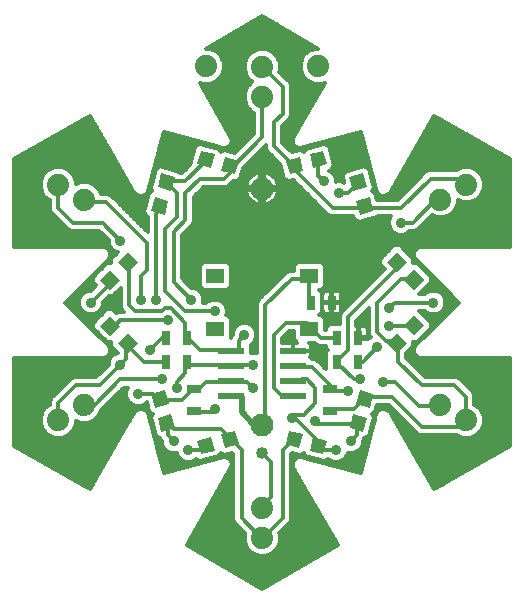
<source format=gtl>
G75*
%MOIN*%
%OFA0B0*%
%FSLAX25Y25*%
%IPPOS*%
%LPD*%
%AMOC8*
5,1,8,0,0,1.08239X$1,22.5*
%
%ADD10R,0.08700X0.02400*%
%ADD11C,0.07400*%
%ADD12R,0.04724X0.04724*%
%ADD13C,0.07677*%
%ADD14R,0.06102X0.05118*%
%ADD15R,0.03150X0.04724*%
%ADD16R,0.04724X0.03150*%
%ADD17C,0.01181*%
%ADD18C,0.03569*%
%ADD19C,0.04000*%
%ADD20C,0.01969*%
D10*
X0076529Y0068894D03*
X0076529Y0073894D03*
X0076529Y0078894D03*
X0076529Y0083894D03*
X0097129Y0083894D03*
X0097129Y0078894D03*
X0097129Y0073894D03*
X0097129Y0068894D03*
D11*
X0086829Y0031492D03*
X0086829Y0021492D03*
X0146161Y0065764D03*
X0154821Y0060764D03*
X0146161Y0134287D03*
X0154821Y0139287D03*
X0105530Y0178756D03*
X0086829Y0178539D03*
X0086829Y0168539D03*
X0068128Y0178756D03*
X0027498Y0134327D03*
X0018838Y0139327D03*
X0027537Y0065744D03*
X0018877Y0060744D03*
D12*
G36*
X0045277Y0086463D02*
X0041937Y0083123D01*
X0038597Y0086463D01*
X0041937Y0089803D01*
X0045277Y0086463D01*
G37*
G36*
X0039431Y0092309D02*
X0036091Y0088969D01*
X0032751Y0092309D01*
X0036091Y0095649D01*
X0039431Y0092309D01*
G37*
G36*
X0036091Y0104304D02*
X0032751Y0107644D01*
X0036091Y0110984D01*
X0039431Y0107644D01*
X0036091Y0104304D01*
G37*
G36*
X0041937Y0110150D02*
X0038597Y0113490D01*
X0041937Y0116830D01*
X0045277Y0113490D01*
X0041937Y0110150D01*
G37*
G36*
X0051018Y0135056D02*
X0055580Y0133834D01*
X0054358Y0129272D01*
X0049796Y0130494D01*
X0051018Y0135056D01*
G37*
G36*
X0053158Y0143042D02*
X0057720Y0141820D01*
X0056498Y0137258D01*
X0051936Y0138480D01*
X0053158Y0143042D01*
G37*
G36*
X0065161Y0146109D02*
X0066383Y0150671D01*
X0070945Y0149449D01*
X0069723Y0144887D01*
X0065161Y0146109D01*
G37*
G36*
X0073147Y0143969D02*
X0074369Y0148531D01*
X0078931Y0147309D01*
X0077709Y0142747D01*
X0073147Y0143969D01*
G37*
G36*
X0095930Y0142747D02*
X0094708Y0147309D01*
X0099270Y0148531D01*
X0100492Y0143969D01*
X0095930Y0142747D01*
G37*
G36*
X0103916Y0144887D02*
X0102694Y0149449D01*
X0107256Y0150671D01*
X0108478Y0146109D01*
X0103916Y0144887D01*
G37*
G36*
X0121683Y0138480D02*
X0117121Y0137258D01*
X0115899Y0141820D01*
X0120461Y0143042D01*
X0121683Y0138480D01*
G37*
G36*
X0123823Y0130494D02*
X0119261Y0129272D01*
X0118039Y0133834D01*
X0122601Y0135056D01*
X0123823Y0130494D01*
G37*
G36*
X0135057Y0113529D02*
X0131717Y0110189D01*
X0128377Y0113529D01*
X0131717Y0116869D01*
X0135057Y0113529D01*
G37*
G36*
X0140903Y0107683D02*
X0137563Y0104343D01*
X0134223Y0107683D01*
X0137563Y0111023D01*
X0140903Y0107683D01*
G37*
G36*
X0137567Y0089048D02*
X0134227Y0092388D01*
X0137567Y0095728D01*
X0140907Y0092388D01*
X0137567Y0089048D01*
G37*
G36*
X0131721Y0083201D02*
X0128381Y0086541D01*
X0131721Y0089881D01*
X0135061Y0086541D01*
X0131721Y0083201D01*
G37*
G36*
X0119300Y0070759D02*
X0123862Y0069537D01*
X0122640Y0064975D01*
X0118078Y0066197D01*
X0119300Y0070759D01*
G37*
G36*
X0117160Y0062773D02*
X0121722Y0061551D01*
X0120500Y0056989D01*
X0115938Y0058211D01*
X0117160Y0062773D01*
G37*
G36*
X0102655Y0050583D02*
X0103877Y0055145D01*
X0108439Y0053923D01*
X0107217Y0049361D01*
X0102655Y0050583D01*
G37*
G36*
X0094669Y0052723D02*
X0095891Y0057285D01*
X0100453Y0056063D01*
X0099231Y0051501D01*
X0094669Y0052723D01*
G37*
G36*
X0077728Y0057324D02*
X0078950Y0052762D01*
X0074388Y0051540D01*
X0073166Y0056102D01*
X0077728Y0057324D01*
G37*
G36*
X0069742Y0055184D02*
X0070964Y0050622D01*
X0066402Y0049400D01*
X0065180Y0053962D01*
X0069742Y0055184D01*
G37*
G36*
X0057760Y0058231D02*
X0053198Y0057009D01*
X0051976Y0061571D01*
X0056538Y0062793D01*
X0057760Y0058231D01*
G37*
G36*
X0055620Y0066217D02*
X0051058Y0064995D01*
X0049836Y0069557D01*
X0054398Y0070779D01*
X0055620Y0066217D01*
G37*
D13*
X0086829Y0059268D03*
X0086829Y0138008D03*
D14*
X0071180Y0108874D03*
X0071180Y0091157D03*
X0102479Y0091157D03*
X0102479Y0108874D03*
D15*
X0102971Y0100016D03*
X0110058Y0100016D03*
X0111829Y0088205D03*
X0118916Y0088205D03*
X0118916Y0080331D03*
X0111829Y0080331D03*
X0061829Y0080331D03*
X0054743Y0080331D03*
X0054743Y0088205D03*
X0061829Y0088205D03*
D16*
X0064191Y0071079D03*
X0064191Y0063992D03*
X0109467Y0063992D03*
X0109467Y0071079D03*
D17*
X0029410Y0037733D02*
X0004181Y0052299D01*
X0004181Y0081431D01*
X0034094Y0081431D01*
X0035046Y0081825D01*
X0035775Y0082554D01*
X0036169Y0083506D01*
X0036169Y0084537D01*
X0035775Y0085489D01*
X0035046Y0086218D01*
X0021248Y0100016D01*
X0035775Y0114542D01*
X0036169Y0115495D01*
X0036169Y0116525D01*
X0035775Y0117477D01*
X0035046Y0118206D01*
X0034094Y0118600D01*
X0004181Y0118600D01*
X0004181Y0147733D01*
X0029410Y0162299D01*
X0043852Y0137286D01*
X0044343Y0136435D01*
X0044367Y0136393D01*
X0045184Y0135766D01*
X0046180Y0135499D01*
X0047202Y0135634D01*
X0048094Y0136149D01*
X0048722Y0136967D01*
X0048760Y0137110D01*
X0054039Y0156811D01*
X0072887Y0151760D01*
X0073559Y0151580D01*
X0073883Y0151493D01*
X0074904Y0151628D01*
X0075797Y0152143D01*
X0076424Y0152961D01*
X0076691Y0153956D01*
X0076556Y0154978D01*
X0076532Y0155020D01*
X0065980Y0173297D01*
X0066962Y0172891D01*
X0069295Y0172891D01*
X0071451Y0173784D01*
X0073101Y0175433D01*
X0073994Y0177589D01*
X0073994Y0179923D01*
X0073101Y0182078D01*
X0071451Y0183728D01*
X0069295Y0184621D01*
X0068074Y0184621D01*
X0086829Y0195450D01*
X0105585Y0184621D01*
X0104363Y0184621D01*
X0102208Y0183728D01*
X0100558Y0182078D01*
X0099665Y0179923D01*
X0099665Y0177589D01*
X0100558Y0175433D01*
X0102208Y0173784D01*
X0104363Y0172891D01*
X0106697Y0172891D01*
X0107679Y0173297D01*
X0097102Y0154978D01*
X0096968Y0153956D01*
X0097234Y0152961D01*
X0097862Y0152143D01*
X0098754Y0151628D01*
X0099776Y0151493D01*
X0100771Y0151760D01*
X0119620Y0156811D01*
X0124670Y0137962D01*
X0124937Y0136967D01*
X0125564Y0136149D01*
X0126457Y0135634D01*
X0127479Y0135499D01*
X0128474Y0135766D01*
X0129292Y0136393D01*
X0144248Y0162299D01*
X0169477Y0147733D01*
X0169477Y0118600D01*
X0139564Y0118600D01*
X0138612Y0118206D01*
X0137884Y0117477D01*
X0137489Y0116525D01*
X0137489Y0115495D01*
X0137884Y0114542D01*
X0138612Y0113814D01*
X0152410Y0100016D01*
X0137884Y0085489D01*
X0137489Y0084537D01*
X0137489Y0083506D01*
X0137884Y0082554D01*
X0138612Y0081825D01*
X0139564Y0081431D01*
X0169477Y0081431D01*
X0169477Y0052299D01*
X0144248Y0037733D01*
X0129807Y0062745D01*
X0129807Y0062745D01*
X0129316Y0063596D01*
X0129292Y0063638D01*
X0128474Y0064265D01*
X0127479Y0064532D01*
X0126457Y0064398D01*
X0125564Y0063882D01*
X0124937Y0063065D01*
X0124898Y0062921D01*
X0119620Y0043221D01*
X0100771Y0048271D01*
X0100100Y0048451D01*
X0099776Y0048538D01*
X0098754Y0048404D01*
X0097862Y0047888D01*
X0097234Y0047071D01*
X0096968Y0046075D01*
X0097102Y0045053D01*
X0097126Y0045012D01*
X0112059Y0019148D01*
X0086829Y0004582D01*
X0061600Y0019148D01*
X0076556Y0045053D01*
X0076691Y0046075D01*
X0076424Y0047071D01*
X0075797Y0047888D01*
X0074904Y0048404D01*
X0073883Y0048538D01*
X0072887Y0048271D01*
X0054039Y0043221D01*
X0048722Y0063065D01*
X0048094Y0063882D01*
X0047202Y0064398D01*
X0046180Y0064532D01*
X0045184Y0064265D01*
X0044367Y0063638D01*
X0043852Y0062745D01*
X0029410Y0037733D01*
X0029656Y0038159D02*
X0028673Y0038159D01*
X0030337Y0039338D02*
X0026630Y0039338D01*
X0024586Y0040518D02*
X0031018Y0040518D01*
X0031699Y0041697D02*
X0022543Y0041697D01*
X0020500Y0042877D02*
X0032381Y0042877D01*
X0033062Y0044057D02*
X0018457Y0044057D01*
X0016414Y0045236D02*
X0033743Y0045236D01*
X0034424Y0046416D02*
X0014371Y0046416D01*
X0012327Y0047595D02*
X0035105Y0047595D01*
X0035786Y0048775D02*
X0010284Y0048775D01*
X0008241Y0049955D02*
X0036467Y0049955D01*
X0037148Y0051134D02*
X0006198Y0051134D01*
X0004181Y0052314D02*
X0037829Y0052314D01*
X0038510Y0053494D02*
X0004181Y0053494D01*
X0004181Y0054673D02*
X0039191Y0054673D01*
X0039872Y0055853D02*
X0022281Y0055853D01*
X0022200Y0055772D02*
X0023849Y0057422D01*
X0024742Y0059577D01*
X0024742Y0060553D01*
X0026371Y0059879D01*
X0028704Y0059879D01*
X0030860Y0060772D01*
X0032510Y0062422D01*
X0033239Y0064181D01*
X0040727Y0071669D01*
X0042113Y0071669D01*
X0041541Y0070290D01*
X0041541Y0068718D01*
X0042142Y0067267D01*
X0043253Y0066156D01*
X0044705Y0065554D01*
X0046276Y0065554D01*
X0047728Y0066156D01*
X0048320Y0066748D01*
X0048346Y0066748D01*
X0049198Y0063567D01*
X0050269Y0062948D01*
X0049651Y0061877D01*
X0051338Y0055581D01*
X0052747Y0054768D01*
X0052997Y0054163D01*
X0053352Y0053808D01*
X0053352Y0052970D01*
X0053953Y0051519D01*
X0055064Y0050408D01*
X0056516Y0049806D01*
X0058087Y0049806D01*
X0058321Y0049903D01*
X0058875Y0048566D01*
X0059986Y0047455D01*
X0061437Y0046854D01*
X0063009Y0046854D01*
X0064460Y0047455D01*
X0064819Y0047813D01*
X0066096Y0047075D01*
X0072392Y0048763D01*
X0073011Y0049834D01*
X0074082Y0049215D01*
X0076880Y0049965D01*
X0077184Y0049662D01*
X0077184Y0027617D01*
X0077603Y0026604D01*
X0081135Y0023072D01*
X0080964Y0022659D01*
X0080964Y0020325D01*
X0081857Y0018170D01*
X0083507Y0016520D01*
X0085663Y0015627D01*
X0087996Y0015627D01*
X0090152Y0016520D01*
X0091802Y0018170D01*
X0092695Y0020325D01*
X0092695Y0022659D01*
X0092523Y0023072D01*
X0096055Y0026604D01*
X0096475Y0027617D01*
X0096475Y0049662D01*
X0096739Y0049926D01*
X0099537Y0049176D01*
X0100608Y0049794D01*
X0101227Y0048723D01*
X0107523Y0047036D01*
X0108851Y0047803D01*
X0109198Y0047455D01*
X0110650Y0046854D01*
X0112221Y0046854D01*
X0113673Y0047455D01*
X0114784Y0048566D01*
X0115338Y0049903D01*
X0115571Y0049806D01*
X0117142Y0049806D01*
X0118594Y0050408D01*
X0119705Y0051519D01*
X0120306Y0052970D01*
X0120306Y0053808D01*
X0120662Y0054163D01*
X0120889Y0054712D01*
X0122360Y0055561D01*
X0124047Y0061857D01*
X0123428Y0062929D01*
X0124500Y0063547D01*
X0125094Y0065764D01*
X0128995Y0065764D01*
X0137643Y0057116D01*
X0138418Y0056341D01*
X0139431Y0055921D01*
X0151368Y0055921D01*
X0151498Y0055791D01*
X0153654Y0054898D01*
X0155987Y0054898D01*
X0158143Y0055791D01*
X0159793Y0057441D01*
X0160686Y0059597D01*
X0160686Y0061930D01*
X0159793Y0064086D01*
X0158143Y0065736D01*
X0157499Y0066003D01*
X0157499Y0069068D01*
X0157079Y0070081D01*
X0156304Y0070856D01*
X0152367Y0074793D01*
X0151354Y0075213D01*
X0141120Y0075213D01*
X0134861Y0081472D01*
X0134861Y0083278D01*
X0137227Y0085645D01*
X0137227Y0086882D01*
X0138464Y0086882D01*
X0143073Y0091491D01*
X0143073Y0093285D01*
X0139098Y0097260D01*
X0141086Y0097260D01*
X0141679Y0096667D01*
X0143130Y0096066D01*
X0144702Y0096066D01*
X0146153Y0096667D01*
X0147264Y0097778D01*
X0147865Y0099230D01*
X0147865Y0100801D01*
X0147264Y0102253D01*
X0146153Y0103364D01*
X0144702Y0103965D01*
X0143130Y0103965D01*
X0141679Y0103364D01*
X0141086Y0102772D01*
X0139055Y0102772D01*
X0143069Y0106786D01*
X0143069Y0108580D01*
X0138460Y0113189D01*
X0137223Y0113189D01*
X0137223Y0114426D01*
X0132614Y0119035D01*
X0130820Y0119035D01*
X0126211Y0114426D01*
X0126211Y0112632D01*
X0127612Y0111231D01*
X0113036Y0096656D01*
X0112617Y0095643D01*
X0112617Y0092732D01*
X0109358Y0092732D01*
X0108089Y0091464D01*
X0108089Y0090961D01*
X0107695Y0090961D01*
X0107695Y0094613D01*
X0106427Y0095882D01*
X0105836Y0095882D01*
X0106711Y0096757D01*
X0106711Y0103275D01*
X0105836Y0104150D01*
X0106427Y0104150D01*
X0107695Y0105418D01*
X0107695Y0112330D01*
X0106427Y0113598D01*
X0098531Y0113598D01*
X0097262Y0112330D01*
X0097262Y0110646D01*
X0096124Y0110646D01*
X0095111Y0110226D01*
X0086252Y0101368D01*
X0085477Y0100593D01*
X0085058Y0099580D01*
X0085058Y0083132D01*
X0084662Y0083296D01*
X0083091Y0083296D01*
X0083045Y0083277D01*
X0083045Y0085792D01*
X0083161Y0085841D01*
X0084272Y0086952D01*
X0084873Y0088403D01*
X0084873Y0089975D01*
X0084272Y0091426D01*
X0083161Y0092537D01*
X0081709Y0093139D01*
X0080138Y0093139D01*
X0078686Y0092537D01*
X0077575Y0091426D01*
X0076974Y0089975D01*
X0076974Y0089137D01*
X0076619Y0088782D01*
X0076396Y0088244D01*
X0076396Y0094613D01*
X0075128Y0095882D01*
X0074867Y0095882D01*
X0075031Y0096277D01*
X0075031Y0097849D01*
X0074430Y0099300D01*
X0073319Y0100411D01*
X0071867Y0101013D01*
X0070296Y0101013D01*
X0068844Y0100411D01*
X0068252Y0099819D01*
X0066993Y0099819D01*
X0067157Y0100214D01*
X0067157Y0101786D01*
X0066556Y0103237D01*
X0065444Y0104348D01*
X0063993Y0104950D01*
X0063155Y0104950D01*
X0060058Y0108047D01*
X0060058Y0122496D01*
X0062800Y0125238D01*
X0063575Y0126014D01*
X0063995Y0127027D01*
X0063995Y0135292D01*
X0067302Y0138598D01*
X0074582Y0138598D01*
X0075595Y0139018D01*
X0077214Y0140637D01*
X0078015Y0140422D01*
X0079569Y0141319D01*
X0080541Y0144948D01*
X0088010Y0152418D01*
X0088010Y0151633D01*
X0088430Y0150620D01*
X0089205Y0149845D01*
X0092730Y0146320D01*
X0094070Y0141319D01*
X0095624Y0140422D01*
X0097217Y0140849D01*
X0108890Y0129175D01*
X0109903Y0128756D01*
X0117157Y0128756D01*
X0117401Y0127845D01*
X0118954Y0126948D01*
X0125251Y0128635D01*
X0125321Y0128756D01*
X0129711Y0128756D01*
X0129140Y0127376D01*
X0129140Y0125805D01*
X0129741Y0124353D01*
X0130852Y0123242D01*
X0132303Y0122641D01*
X0133875Y0122641D01*
X0135326Y0123242D01*
X0135919Y0123835D01*
X0137574Y0123835D01*
X0138587Y0124254D01*
X0143411Y0129078D01*
X0144994Y0128422D01*
X0147327Y0128422D01*
X0149483Y0129315D01*
X0151133Y0130965D01*
X0152026Y0133121D01*
X0152026Y0134096D01*
X0153654Y0133422D01*
X0155987Y0133422D01*
X0158143Y0134315D01*
X0159793Y0135965D01*
X0160686Y0138121D01*
X0160686Y0140454D01*
X0159793Y0142610D01*
X0158143Y0144260D01*
X0155987Y0145153D01*
X0153654Y0145153D01*
X0151498Y0144260D01*
X0151349Y0144110D01*
X0142383Y0144110D01*
X0141371Y0143691D01*
X0131948Y0134268D01*
X0125054Y0134268D01*
X0124460Y0136484D01*
X0123389Y0137103D01*
X0124008Y0138174D01*
X0122321Y0144470D01*
X0120767Y0145367D01*
X0114471Y0143680D01*
X0113574Y0142127D01*
X0114146Y0139993D01*
X0113205Y0140383D01*
X0111634Y0140383D01*
X0111448Y0140306D01*
X0111448Y0141156D01*
X0110847Y0142607D01*
X0109736Y0143718D01*
X0109025Y0144013D01*
X0109906Y0144249D01*
X0110803Y0145802D01*
X0109116Y0152098D01*
X0107562Y0152995D01*
X0101266Y0151308D01*
X0100648Y0150237D01*
X0099576Y0150856D01*
X0096747Y0150098D01*
X0093522Y0153323D01*
X0093522Y0158914D01*
X0095280Y0160672D01*
X0096055Y0161447D01*
X0096475Y0162460D01*
X0096475Y0172414D01*
X0096055Y0173427D01*
X0092523Y0176959D01*
X0092695Y0177373D01*
X0092695Y0179706D01*
X0091802Y0181862D01*
X0090152Y0183512D01*
X0087996Y0184405D01*
X0085663Y0184405D01*
X0083507Y0183512D01*
X0081857Y0181862D01*
X0080964Y0179706D01*
X0080964Y0177373D01*
X0081857Y0175217D01*
X0083507Y0173567D01*
X0083573Y0173539D01*
X0083507Y0173512D01*
X0081857Y0171862D01*
X0080964Y0169706D01*
X0080964Y0167373D01*
X0081857Y0165217D01*
X0083507Y0163567D01*
X0084073Y0163332D01*
X0084073Y0156275D01*
X0077683Y0149885D01*
X0074063Y0150856D01*
X0072991Y0150237D01*
X0072373Y0151308D01*
X0066077Y0152995D01*
X0064523Y0152098D01*
X0062859Y0145888D01*
X0060097Y0143126D01*
X0059468Y0143126D01*
X0059148Y0143680D01*
X0052852Y0145367D01*
X0051299Y0144470D01*
X0049612Y0138174D01*
X0050230Y0137103D01*
X0049159Y0136484D01*
X0047472Y0130188D01*
X0048369Y0128635D01*
X0048640Y0128562D01*
X0048640Y0123401D01*
X0037000Y0135041D01*
X0036225Y0135817D01*
X0035212Y0136236D01*
X0033056Y0136236D01*
X0032470Y0137649D01*
X0030820Y0139299D01*
X0028665Y0140192D01*
X0026331Y0140192D01*
X0024703Y0139518D01*
X0024703Y0140493D01*
X0023810Y0142649D01*
X0022160Y0144299D01*
X0020004Y0145192D01*
X0017671Y0145192D01*
X0015515Y0144299D01*
X0013865Y0142649D01*
X0012972Y0140493D01*
X0012972Y0138160D01*
X0013865Y0136004D01*
X0015515Y0134354D01*
X0016160Y0134087D01*
X0016160Y0130964D01*
X0016580Y0129951D01*
X0017355Y0129175D01*
X0022276Y0124254D01*
X0023289Y0123835D01*
X0032538Y0123835D01*
X0035636Y0120737D01*
X0035636Y0119899D01*
X0036237Y0118448D01*
X0037348Y0117337D01*
X0038786Y0116741D01*
X0036431Y0114387D01*
X0036431Y0113150D01*
X0035194Y0113150D01*
X0030585Y0108541D01*
X0030585Y0106747D01*
X0031581Y0105751D01*
X0029795Y0103965D01*
X0028957Y0103965D01*
X0027505Y0103364D01*
X0026394Y0102253D01*
X0025793Y0100801D01*
X0025793Y0099230D01*
X0026394Y0097778D01*
X0027505Y0096667D01*
X0028957Y0096066D01*
X0030528Y0096066D01*
X0031980Y0096667D01*
X0033091Y0097778D01*
X0033692Y0099230D01*
X0033692Y0100068D01*
X0035762Y0102138D01*
X0036988Y0102138D01*
X0039782Y0104932D01*
X0039782Y0098483D01*
X0040202Y0097470D01*
X0040806Y0096866D01*
X0039037Y0096866D01*
X0038259Y0096544D01*
X0036988Y0097815D01*
X0035194Y0097815D01*
X0030585Y0093206D01*
X0030585Y0091412D01*
X0035194Y0086803D01*
X0036431Y0086803D01*
X0036431Y0085566D01*
X0038730Y0083267D01*
X0037348Y0082695D01*
X0036237Y0081584D01*
X0035636Y0080132D01*
X0035636Y0079294D01*
X0031554Y0075213D01*
X0024273Y0075213D01*
X0023260Y0074793D01*
X0022485Y0074018D01*
X0016580Y0068112D01*
X0016160Y0067099D01*
X0016160Y0065967D01*
X0015555Y0065716D01*
X0013905Y0064067D01*
X0013012Y0061911D01*
X0013012Y0059577D01*
X0013905Y0057422D01*
X0015555Y0055772D01*
X0017710Y0054879D01*
X0020044Y0054879D01*
X0022200Y0055772D01*
X0023460Y0057032D02*
X0040553Y0057032D01*
X0041234Y0058212D02*
X0024177Y0058212D01*
X0024665Y0059392D02*
X0041915Y0059392D01*
X0042596Y0060571D02*
X0030376Y0060571D01*
X0031839Y0061751D02*
X0043277Y0061751D01*
X0043852Y0062745D02*
X0043852Y0062745D01*
X0043958Y0062930D02*
X0032720Y0062930D01*
X0033209Y0064110D02*
X0044982Y0064110D01*
X0042940Y0066469D02*
X0035527Y0066469D01*
X0034347Y0065290D02*
X0048736Y0065290D01*
X0048420Y0066469D02*
X0048042Y0066469D01*
X0047700Y0064110D02*
X0049053Y0064110D01*
X0048758Y0062930D02*
X0050259Y0062930D01*
X0049685Y0061751D02*
X0049074Y0061751D01*
X0049390Y0060571D02*
X0050001Y0060571D01*
X0049706Y0059392D02*
X0050317Y0059392D01*
X0050022Y0058212D02*
X0050633Y0058212D01*
X0050338Y0057032D02*
X0050949Y0057032D01*
X0050654Y0055853D02*
X0051265Y0055853D01*
X0050970Y0054673D02*
X0052786Y0054673D01*
X0053352Y0053494D02*
X0051286Y0053494D01*
X0051602Y0052314D02*
X0053624Y0052314D01*
X0054338Y0051134D02*
X0051918Y0051134D01*
X0052234Y0049955D02*
X0056158Y0049955D01*
X0058788Y0048775D02*
X0052551Y0048775D01*
X0052867Y0047595D02*
X0059845Y0047595D01*
X0061560Y0045236D02*
X0053499Y0045236D01*
X0053815Y0044057D02*
X0057158Y0044057D01*
X0053183Y0046416D02*
X0065963Y0046416D01*
X0065196Y0047595D02*
X0064601Y0047595D01*
X0068037Y0047595D02*
X0070365Y0047595D01*
X0072400Y0048775D02*
X0077184Y0048775D01*
X0077184Y0047595D02*
X0076021Y0047595D01*
X0076600Y0046416D02*
X0077184Y0046416D01*
X0077184Y0045236D02*
X0076580Y0045236D01*
X0075981Y0044057D02*
X0077184Y0044057D01*
X0077184Y0042877D02*
X0075300Y0042877D01*
X0074619Y0041697D02*
X0077184Y0041697D01*
X0077184Y0040518D02*
X0073938Y0040518D01*
X0073257Y0039338D02*
X0077184Y0039338D01*
X0077184Y0038159D02*
X0072576Y0038159D01*
X0071895Y0036979D02*
X0077184Y0036979D01*
X0077184Y0035799D02*
X0071214Y0035799D01*
X0070533Y0034620D02*
X0077184Y0034620D01*
X0077184Y0033440D02*
X0069852Y0033440D01*
X0069170Y0032261D02*
X0077184Y0032261D01*
X0077184Y0031081D02*
X0068489Y0031081D01*
X0067808Y0029901D02*
X0077184Y0029901D01*
X0077184Y0028722D02*
X0067127Y0028722D01*
X0066446Y0027542D02*
X0077215Y0027542D01*
X0077845Y0026362D02*
X0065765Y0026362D01*
X0065084Y0025183D02*
X0079025Y0025183D01*
X0080204Y0024003D02*
X0064403Y0024003D01*
X0063722Y0022824D02*
X0081032Y0022824D01*
X0080964Y0021644D02*
X0063041Y0021644D01*
X0062360Y0020464D02*
X0080964Y0020464D01*
X0081395Y0019285D02*
X0061679Y0019285D01*
X0063406Y0018105D02*
X0081921Y0018105D01*
X0083101Y0016926D02*
X0065449Y0016926D01*
X0067493Y0015746D02*
X0085375Y0015746D01*
X0088284Y0015746D02*
X0106166Y0015746D01*
X0108209Y0016926D02*
X0090558Y0016926D01*
X0091737Y0018105D02*
X0110252Y0018105D01*
X0111980Y0019285D02*
X0092264Y0019285D01*
X0092695Y0020464D02*
X0111299Y0020464D01*
X0110618Y0021644D02*
X0092695Y0021644D01*
X0092626Y0022824D02*
X0109936Y0022824D01*
X0109255Y0024003D02*
X0093454Y0024003D01*
X0094634Y0025183D02*
X0108574Y0025183D01*
X0107893Y0026362D02*
X0095814Y0026362D01*
X0096444Y0027542D02*
X0107212Y0027542D01*
X0106531Y0028722D02*
X0096475Y0028722D01*
X0096475Y0029901D02*
X0105850Y0029901D01*
X0105169Y0031081D02*
X0096475Y0031081D01*
X0096475Y0032261D02*
X0104488Y0032261D01*
X0103807Y0033440D02*
X0096475Y0033440D01*
X0096475Y0034620D02*
X0103126Y0034620D01*
X0102445Y0035799D02*
X0096475Y0035799D01*
X0096475Y0036979D02*
X0101764Y0036979D01*
X0101083Y0038159D02*
X0096475Y0038159D01*
X0096475Y0039338D02*
X0100402Y0039338D01*
X0099721Y0040518D02*
X0096475Y0040518D01*
X0096475Y0041697D02*
X0099040Y0041697D01*
X0098359Y0042877D02*
X0096475Y0042877D01*
X0096475Y0044057D02*
X0097678Y0044057D01*
X0097078Y0045236D02*
X0096475Y0045236D01*
X0096475Y0046416D02*
X0097059Y0046416D01*
X0097637Y0047595D02*
X0096475Y0047595D01*
X0096475Y0048775D02*
X0101197Y0048775D01*
X0103294Y0047595D02*
X0105435Y0047595D01*
X0107696Y0046416D02*
X0120476Y0046416D01*
X0120792Y0047595D02*
X0113813Y0047595D01*
X0114871Y0048775D02*
X0121108Y0048775D01*
X0121424Y0049955D02*
X0117501Y0049955D01*
X0119321Y0051134D02*
X0121740Y0051134D01*
X0122056Y0052314D02*
X0120035Y0052314D01*
X0120306Y0053494D02*
X0122372Y0053494D01*
X0122688Y0054673D02*
X0120873Y0054673D01*
X0122438Y0055853D02*
X0123005Y0055853D01*
X0122754Y0057032D02*
X0123321Y0057032D01*
X0123070Y0058212D02*
X0123637Y0058212D01*
X0123386Y0059392D02*
X0123953Y0059392D01*
X0123702Y0060571D02*
X0124269Y0060571D01*
X0124018Y0061751D02*
X0124585Y0061751D01*
X0124901Y0062930D02*
X0123432Y0062930D01*
X0124651Y0064110D02*
X0125959Y0064110D01*
X0124967Y0065290D02*
X0129469Y0065290D01*
X0128676Y0064110D02*
X0130649Y0064110D01*
X0129700Y0062930D02*
X0131828Y0062930D01*
X0133008Y0061751D02*
X0130381Y0061751D01*
X0131062Y0060571D02*
X0134187Y0060571D01*
X0135367Y0059392D02*
X0131743Y0059392D01*
X0132424Y0058212D02*
X0136547Y0058212D01*
X0137726Y0057032D02*
X0133105Y0057032D01*
X0133786Y0055853D02*
X0151437Y0055853D01*
X0152774Y0058677D02*
X0154821Y0060764D01*
X0154743Y0062614D01*
X0154743Y0068520D01*
X0150806Y0072457D01*
X0139979Y0072457D01*
X0132105Y0080331D01*
X0132105Y0085252D01*
X0131721Y0086541D01*
X0130136Y0086236D01*
X0130136Y0087220D01*
X0128168Y0087220D01*
X0125215Y0090173D01*
X0125215Y0100016D01*
X0133089Y0107890D01*
X0138010Y0107890D01*
X0137563Y0107683D01*
X0140500Y0104217D02*
X0148209Y0104217D01*
X0147029Y0105397D02*
X0141680Y0105397D01*
X0142859Y0106576D02*
X0145850Y0106576D01*
X0144670Y0107756D02*
X0143069Y0107756D01*
X0142714Y0108935D02*
X0143491Y0108935D01*
X0142311Y0110115D02*
X0141534Y0110115D01*
X0141131Y0111295D02*
X0140355Y0111295D01*
X0139952Y0112474D02*
X0139175Y0112474D01*
X0138772Y0113654D02*
X0137223Y0113654D01*
X0136816Y0114833D02*
X0137763Y0114833D01*
X0137489Y0116013D02*
X0135636Y0116013D01*
X0134457Y0117193D02*
X0137766Y0117193D01*
X0139014Y0118372D02*
X0133277Y0118372D01*
X0130157Y0118372D02*
X0060058Y0118372D01*
X0060058Y0117193D02*
X0128978Y0117193D01*
X0127798Y0116013D02*
X0060058Y0116013D01*
X0060058Y0114833D02*
X0126618Y0114833D01*
X0126211Y0113654D02*
X0060058Y0113654D01*
X0060058Y0112474D02*
X0066107Y0112474D01*
X0065963Y0112330D02*
X0067232Y0113598D01*
X0075128Y0113598D01*
X0076396Y0112330D01*
X0076396Y0105418D01*
X0075128Y0104150D01*
X0067232Y0104150D01*
X0065963Y0105418D01*
X0065963Y0112330D01*
X0065963Y0111295D02*
X0060058Y0111295D01*
X0060058Y0110115D02*
X0065963Y0110115D01*
X0065963Y0108935D02*
X0060058Y0108935D01*
X0060349Y0107756D02*
X0065963Y0107756D01*
X0065963Y0106576D02*
X0061528Y0106576D01*
X0062708Y0105397D02*
X0065985Y0105397D01*
X0065576Y0104217D02*
X0067164Y0104217D01*
X0066638Y0103037D02*
X0087922Y0103037D01*
X0086742Y0101858D02*
X0067127Y0101858D01*
X0067157Y0100678D02*
X0069488Y0100678D01*
X0072674Y0100678D02*
X0085563Y0100678D01*
X0085058Y0099498D02*
X0074231Y0099498D01*
X0074836Y0098319D02*
X0085058Y0098319D01*
X0085058Y0097139D02*
X0075031Y0097139D01*
X0074899Y0095960D02*
X0085058Y0095960D01*
X0085058Y0094780D02*
X0076230Y0094780D01*
X0076396Y0093600D02*
X0085058Y0093600D01*
X0085058Y0092421D02*
X0083277Y0092421D01*
X0084349Y0091241D02*
X0085058Y0091241D01*
X0085058Y0090062D02*
X0084837Y0090062D01*
X0084873Y0088882D02*
X0085058Y0088882D01*
X0085058Y0087702D02*
X0084583Y0087702D01*
X0085058Y0086523D02*
X0083843Y0086523D01*
X0083045Y0085343D02*
X0085058Y0085343D01*
X0085058Y0084164D02*
X0083045Y0084164D01*
X0078955Y0084268D02*
X0078955Y0087220D01*
X0080924Y0089189D01*
X0077499Y0091241D02*
X0076396Y0091241D01*
X0076396Y0090062D02*
X0077010Y0090062D01*
X0076719Y0088882D02*
X0076396Y0088882D01*
X0076396Y0092421D02*
X0078570Y0092421D01*
X0078955Y0084268D02*
X0076529Y0083894D01*
X0073050Y0084268D01*
X0066160Y0084268D01*
X0062223Y0088205D01*
X0061829Y0088205D01*
X0061239Y0089189D01*
X0061239Y0093126D01*
X0056317Y0098047D01*
X0054349Y0098047D01*
X0053365Y0097063D01*
X0044506Y0097063D01*
X0042538Y0099031D01*
X0042538Y0112811D01*
X0041937Y0113490D01*
X0046475Y0108874D02*
X0048443Y0110843D01*
X0048443Y0119701D01*
X0034664Y0133480D01*
X0027774Y0133480D01*
X0027498Y0134327D01*
X0030081Y0139605D02*
X0042512Y0139605D01*
X0043194Y0138426D02*
X0031694Y0138426D01*
X0032637Y0137246D02*
X0043875Y0137246D01*
X0043852Y0137286D02*
X0043852Y0137286D01*
X0044793Y0136067D02*
X0035622Y0136067D01*
X0037155Y0134887D02*
X0048731Y0134887D01*
X0049047Y0136067D02*
X0047951Y0136067D01*
X0048796Y0137246D02*
X0050147Y0137246D01*
X0049679Y0138426D02*
X0049113Y0138426D01*
X0049429Y0139605D02*
X0049995Y0139605D01*
X0049745Y0140785D02*
X0050311Y0140785D01*
X0050061Y0141965D02*
X0050627Y0141965D01*
X0050377Y0143144D02*
X0050943Y0143144D01*
X0050693Y0144324D02*
X0051259Y0144324D01*
X0051009Y0145503D02*
X0062475Y0145503D01*
X0063072Y0146683D02*
X0051325Y0146683D01*
X0051641Y0147863D02*
X0063388Y0147863D01*
X0063704Y0149042D02*
X0051957Y0149042D01*
X0052273Y0150222D02*
X0064020Y0150222D01*
X0064336Y0151401D02*
X0052589Y0151401D01*
X0052905Y0152581D02*
X0065359Y0152581D01*
X0065421Y0153761D02*
X0053222Y0153761D01*
X0053538Y0154940D02*
X0061019Y0154940D01*
X0056616Y0156120D02*
X0053854Y0156120D01*
X0056746Y0144324D02*
X0061295Y0144324D01*
X0060115Y0143144D02*
X0059458Y0143144D01*
X0061239Y0140370D02*
X0056317Y0140370D01*
X0054828Y0140150D01*
X0055333Y0139386D01*
X0058286Y0136433D01*
X0058286Y0128559D01*
X0054349Y0124622D01*
X0054349Y0103953D01*
X0061239Y0097063D01*
X0071081Y0097063D01*
X0075195Y0104217D02*
X0089102Y0104217D01*
X0090281Y0105397D02*
X0076375Y0105397D01*
X0076396Y0106576D02*
X0091461Y0106576D01*
X0092640Y0107756D02*
X0076396Y0107756D01*
X0076396Y0108935D02*
X0093820Y0108935D01*
X0095000Y0110115D02*
X0076396Y0110115D01*
X0076396Y0111295D02*
X0097262Y0111295D01*
X0097407Y0112474D02*
X0076252Y0112474D01*
X0063207Y0101000D02*
X0057302Y0106906D01*
X0057302Y0123638D01*
X0061239Y0127575D01*
X0061239Y0136433D01*
X0066160Y0141354D01*
X0074034Y0141354D01*
X0076002Y0143323D01*
X0076039Y0145639D01*
X0076987Y0145291D01*
X0086829Y0155134D01*
X0086829Y0168539D01*
X0082697Y0164377D02*
X0071130Y0164377D01*
X0071811Y0163198D02*
X0084073Y0163198D01*
X0084073Y0162018D02*
X0072492Y0162018D01*
X0073173Y0160838D02*
X0084073Y0160838D01*
X0084073Y0159659D02*
X0073854Y0159659D01*
X0074535Y0158479D02*
X0084073Y0158479D01*
X0084073Y0157300D02*
X0075216Y0157300D01*
X0075897Y0156120D02*
X0083918Y0156120D01*
X0082738Y0154940D02*
X0076561Y0154940D01*
X0076639Y0153761D02*
X0081559Y0153761D01*
X0080379Y0152581D02*
X0076133Y0152581D01*
X0076427Y0150222D02*
X0078020Y0150222D01*
X0079199Y0151401D02*
X0072025Y0151401D01*
X0069823Y0152581D02*
X0067623Y0152581D01*
X0068053Y0147779D02*
X0067144Y0147260D01*
X0067144Y0146276D01*
X0061239Y0140370D01*
X0064770Y0136067D02*
X0081752Y0136067D01*
X0081798Y0135924D02*
X0082186Y0135162D01*
X0082688Y0134471D01*
X0083292Y0133867D01*
X0083984Y0133364D01*
X0084745Y0132977D01*
X0085558Y0132712D01*
X0086239Y0132605D01*
X0086239Y0137417D01*
X0087420Y0137417D01*
X0087420Y0132605D01*
X0088101Y0132712D01*
X0088913Y0132977D01*
X0089675Y0133364D01*
X0090366Y0133867D01*
X0090970Y0134471D01*
X0091473Y0135162D01*
X0091861Y0135924D01*
X0092125Y0136737D01*
X0092233Y0137417D01*
X0087420Y0137417D01*
X0087420Y0138598D01*
X0092233Y0138598D01*
X0092125Y0139279D01*
X0091861Y0140092D01*
X0091473Y0140853D01*
X0090970Y0141545D01*
X0090366Y0142149D01*
X0089675Y0142651D01*
X0088913Y0143039D01*
X0088101Y0143303D01*
X0087420Y0143411D01*
X0087420Y0138598D01*
X0086239Y0138598D01*
X0086239Y0137417D01*
X0081426Y0137417D01*
X0081534Y0136737D01*
X0081798Y0135924D01*
X0082386Y0134887D02*
X0063995Y0134887D01*
X0063995Y0133707D02*
X0083512Y0133707D01*
X0086239Y0133707D02*
X0087420Y0133707D01*
X0087420Y0134887D02*
X0086239Y0134887D01*
X0086239Y0136067D02*
X0087420Y0136067D01*
X0087420Y0137246D02*
X0086239Y0137246D01*
X0086239Y0138426D02*
X0067129Y0138426D01*
X0065949Y0137246D02*
X0081453Y0137246D01*
X0081426Y0138598D02*
X0086239Y0138598D01*
X0086239Y0143411D01*
X0085558Y0143303D01*
X0084745Y0143039D01*
X0083984Y0142651D01*
X0083292Y0142149D01*
X0082688Y0141545D01*
X0082186Y0140853D01*
X0081798Y0140092D01*
X0081534Y0139279D01*
X0081426Y0138598D01*
X0081640Y0139605D02*
X0076182Y0139605D01*
X0078644Y0140785D02*
X0082151Y0140785D01*
X0083108Y0141965D02*
X0079742Y0141965D01*
X0080058Y0143144D02*
X0085068Y0143144D01*
X0086239Y0143144D02*
X0087420Y0143144D01*
X0088590Y0143144D02*
X0093581Y0143144D01*
X0093897Y0141965D02*
X0090551Y0141965D01*
X0091508Y0140785D02*
X0094995Y0140785D01*
X0096979Y0140785D02*
X0097281Y0140785D01*
X0098460Y0139605D02*
X0092019Y0139605D01*
X0092205Y0137246D02*
X0100820Y0137246D01*
X0101999Y0136067D02*
X0091907Y0136067D01*
X0091273Y0134887D02*
X0103179Y0134887D01*
X0104358Y0133707D02*
X0090147Y0133707D01*
X0087420Y0138426D02*
X0099640Y0138426D01*
X0097656Y0144307D02*
X0097600Y0145639D01*
X0096672Y0146276D01*
X0090766Y0152181D01*
X0090766Y0160055D01*
X0093719Y0163008D01*
X0093719Y0171866D01*
X0088798Y0176787D01*
X0086829Y0178539D01*
X0090412Y0183251D02*
X0101730Y0183251D01*
X0100555Y0182071D02*
X0091592Y0182071D01*
X0092203Y0180892D02*
X0100066Y0180892D01*
X0099665Y0179712D02*
X0092692Y0179712D01*
X0092695Y0178533D02*
X0099665Y0178533D01*
X0099763Y0177353D02*
X0092686Y0177353D01*
X0093309Y0176173D02*
X0100251Y0176173D01*
X0100997Y0174994D02*
X0094489Y0174994D01*
X0095668Y0173814D02*
X0102177Y0173814D01*
X0105253Y0169096D02*
X0096475Y0169096D01*
X0096475Y0170275D02*
X0105934Y0170275D01*
X0106615Y0171455D02*
X0096475Y0171455D01*
X0096384Y0172635D02*
X0107296Y0172635D01*
X0104572Y0167916D02*
X0096475Y0167916D01*
X0096475Y0166736D02*
X0103891Y0166736D01*
X0103210Y0165557D02*
X0096475Y0165557D01*
X0096475Y0164377D02*
X0102529Y0164377D01*
X0101848Y0163198D02*
X0096475Y0163198D01*
X0096292Y0162018D02*
X0101167Y0162018D01*
X0100486Y0160838D02*
X0095447Y0160838D01*
X0094267Y0159659D02*
X0099804Y0159659D01*
X0099123Y0158479D02*
X0093522Y0158479D01*
X0093522Y0157300D02*
X0098442Y0157300D01*
X0097761Y0156120D02*
X0093522Y0156120D01*
X0093522Y0154940D02*
X0097097Y0154940D01*
X0097020Y0153761D02*
X0093522Y0153761D01*
X0094264Y0152581D02*
X0097526Y0152581D01*
X0097211Y0150222D02*
X0096623Y0150222D01*
X0095443Y0151401D02*
X0101614Y0151401D01*
X0100771Y0151760D02*
X0100771Y0151760D01*
X0103835Y0152581D02*
X0106016Y0152581D01*
X0108280Y0152581D02*
X0120753Y0152581D01*
X0121069Y0151401D02*
X0109303Y0151401D01*
X0109619Y0150222D02*
X0121385Y0150222D01*
X0121701Y0149042D02*
X0109935Y0149042D01*
X0110251Y0147863D02*
X0122017Y0147863D01*
X0122333Y0146683D02*
X0110567Y0146683D01*
X0110630Y0145503D02*
X0122650Y0145503D01*
X0122360Y0144324D02*
X0122966Y0144324D01*
X0122676Y0143144D02*
X0123282Y0143144D01*
X0122992Y0141965D02*
X0123598Y0141965D01*
X0123308Y0140785D02*
X0123914Y0140785D01*
X0123624Y0139605D02*
X0124230Y0139605D01*
X0123940Y0138426D02*
X0124546Y0138426D01*
X0124670Y0137962D02*
X0124670Y0137962D01*
X0124862Y0137246D02*
X0123472Y0137246D01*
X0124572Y0136067D02*
X0125707Y0136067D01*
X0124888Y0134887D02*
X0132567Y0134887D01*
X0133746Y0136067D02*
X0128866Y0136067D01*
X0129784Y0137246D02*
X0134926Y0137246D01*
X0136106Y0138426D02*
X0130465Y0138426D01*
X0131146Y0139605D02*
X0137285Y0139605D01*
X0138465Y0140785D02*
X0131827Y0140785D01*
X0132508Y0141965D02*
X0139644Y0141965D01*
X0140824Y0143144D02*
X0133189Y0143144D01*
X0133870Y0144324D02*
X0151653Y0144324D01*
X0151790Y0141354D02*
X0142932Y0141354D01*
X0133089Y0131512D01*
X0122262Y0131512D01*
X0120931Y0132164D01*
X0119310Y0131512D01*
X0110451Y0131512D01*
X0097656Y0144307D01*
X0093265Y0144324D02*
X0080374Y0144324D01*
X0081096Y0145503D02*
X0092949Y0145503D01*
X0092367Y0146683D02*
X0082276Y0146683D01*
X0083455Y0147863D02*
X0091187Y0147863D01*
X0090008Y0149042D02*
X0084635Y0149042D01*
X0085815Y0150222D02*
X0088828Y0150222D01*
X0088106Y0151401D02*
X0086994Y0151401D01*
X0087420Y0141965D02*
X0086239Y0141965D01*
X0086239Y0140785D02*
X0087420Y0140785D01*
X0087420Y0139605D02*
X0086239Y0139605D01*
X0105530Y0142339D02*
X0105530Y0146276D01*
X0105586Y0147779D01*
X0105530Y0142339D02*
X0107499Y0140370D01*
X0110310Y0143144D02*
X0114161Y0143144D01*
X0113617Y0141965D02*
X0111113Y0141965D01*
X0111448Y0140785D02*
X0113934Y0140785D01*
X0117341Y0140370D02*
X0118791Y0140150D01*
X0117341Y0138402D01*
X0115373Y0136433D01*
X0112420Y0136433D01*
X0106718Y0131348D02*
X0063995Y0131348D01*
X0063995Y0130168D02*
X0107897Y0130168D01*
X0109341Y0128989D02*
X0063995Y0128989D01*
X0063995Y0127809D02*
X0117462Y0127809D01*
X0122170Y0127809D02*
X0129319Y0127809D01*
X0129140Y0126630D02*
X0063830Y0126630D01*
X0063011Y0125450D02*
X0129287Y0125450D01*
X0129824Y0124270D02*
X0061832Y0124270D01*
X0060652Y0123091D02*
X0131218Y0123091D01*
X0134961Y0123091D02*
X0169477Y0123091D01*
X0169477Y0124270D02*
X0138603Y0124270D01*
X0139783Y0125450D02*
X0169477Y0125450D01*
X0169477Y0126630D02*
X0140963Y0126630D01*
X0142142Y0127809D02*
X0169477Y0127809D01*
X0169477Y0128989D02*
X0148696Y0128989D01*
X0150336Y0130168D02*
X0169477Y0130168D01*
X0169477Y0131348D02*
X0151292Y0131348D01*
X0151780Y0132528D02*
X0169477Y0132528D01*
X0169477Y0133707D02*
X0156676Y0133707D01*
X0158715Y0134887D02*
X0169477Y0134887D01*
X0169477Y0136067D02*
X0159835Y0136067D01*
X0160324Y0137246D02*
X0169477Y0137246D01*
X0169477Y0138426D02*
X0160686Y0138426D01*
X0160686Y0139605D02*
X0169477Y0139605D01*
X0169477Y0140785D02*
X0160549Y0140785D01*
X0160060Y0141965D02*
X0169477Y0141965D01*
X0169477Y0143144D02*
X0159259Y0143144D01*
X0157989Y0144324D02*
X0169477Y0144324D01*
X0169477Y0145503D02*
X0134551Y0145503D01*
X0135232Y0146683D02*
X0169477Y0146683D01*
X0169252Y0147863D02*
X0135913Y0147863D01*
X0136594Y0149042D02*
X0167209Y0149042D01*
X0165166Y0150222D02*
X0137275Y0150222D01*
X0137957Y0151401D02*
X0163123Y0151401D01*
X0161080Y0152581D02*
X0138638Y0152581D01*
X0139319Y0153761D02*
X0159037Y0153761D01*
X0156993Y0154940D02*
X0140000Y0154940D01*
X0140681Y0156120D02*
X0154950Y0156120D01*
X0152907Y0157300D02*
X0141362Y0157300D01*
X0142043Y0158479D02*
X0150864Y0158479D01*
X0148821Y0159659D02*
X0142724Y0159659D01*
X0143405Y0160838D02*
X0146778Y0160838D01*
X0144735Y0162018D02*
X0144086Y0162018D01*
X0151790Y0141354D02*
X0153758Y0139386D01*
X0154821Y0139287D01*
X0152965Y0133707D02*
X0152026Y0133707D01*
X0146161Y0134287D02*
X0143916Y0133480D01*
X0137026Y0126591D01*
X0133089Y0126591D01*
X0143322Y0128989D02*
X0143626Y0128989D01*
X0131717Y0113529D02*
X0131121Y0111827D01*
X0131121Y0110843D01*
X0115373Y0095094D01*
X0115373Y0084268D01*
X0112420Y0081315D01*
X0111829Y0080331D01*
X0112420Y0079346D01*
X0117341Y0074425D01*
X0119310Y0074425D01*
X0115373Y0070488D02*
X0111436Y0070488D01*
X0109467Y0071472D01*
X0109467Y0072457D01*
X0103562Y0078362D01*
X0100609Y0078362D01*
X0097129Y0078894D01*
X0097139Y0083884D02*
X0097139Y0083903D01*
X0103070Y0083903D01*
X0103070Y0085303D01*
X0102961Y0085708D01*
X0102752Y0086070D01*
X0102456Y0086366D01*
X0102340Y0086433D01*
X0104389Y0086433D01*
X0104953Y0085868D01*
X0105966Y0085449D01*
X0108089Y0085449D01*
X0108089Y0084946D01*
X0108767Y0084268D01*
X0108089Y0083590D01*
X0108089Y0077732D01*
X0105123Y0080699D01*
X0104110Y0081118D01*
X0103517Y0081118D01*
X0102813Y0081822D01*
X0102961Y0082080D01*
X0103070Y0082484D01*
X0103070Y0083884D01*
X0097139Y0083884D01*
X0097139Y0083903D02*
X0097120Y0083903D01*
X0097120Y0086684D01*
X0093522Y0086684D01*
X0093522Y0088047D01*
X0095845Y0090370D01*
X0097262Y0090370D01*
X0097262Y0087702D01*
X0093522Y0087702D01*
X0094357Y0088882D02*
X0097262Y0088882D01*
X0097262Y0090062D02*
X0095536Y0090062D01*
X0094703Y0093126D02*
X0090766Y0089189D01*
X0090766Y0071472D01*
X0093719Y0068520D01*
X0097129Y0068894D01*
X0097129Y0073894D02*
X0100609Y0074425D01*
X0101593Y0074425D01*
X0104546Y0071472D01*
X0104546Y0066551D01*
X0100609Y0062614D01*
X0097656Y0062614D01*
X0096672Y0061630D01*
X0097656Y0061630D01*
X0104546Y0054740D01*
X0104546Y0053756D01*
X0105547Y0052253D01*
X0106514Y0050803D01*
X0111436Y0050803D01*
X0109058Y0047595D02*
X0108492Y0047595D01*
X0112098Y0045236D02*
X0120160Y0045236D01*
X0119844Y0044057D02*
X0116501Y0044057D01*
X0116357Y0053756D02*
X0118325Y0055724D01*
X0118325Y0058677D01*
X0118830Y0059881D01*
X0117341Y0059661D01*
X0105530Y0059661D01*
X0104546Y0060646D01*
X0109467Y0063992D02*
X0110451Y0064583D01*
X0117341Y0064583D01*
X0121278Y0068520D01*
X0122262Y0068520D01*
X0130136Y0068520D01*
X0139979Y0058677D01*
X0152774Y0058677D01*
X0146161Y0065764D02*
X0143916Y0065567D01*
X0138995Y0065567D01*
X0131121Y0073441D01*
X0127184Y0073441D01*
X0122262Y0068520D02*
X0120970Y0067867D01*
X0111436Y0070488D02*
X0109467Y0071079D01*
X0109467Y0071472D01*
X0108089Y0078265D02*
X0107556Y0078265D01*
X0108089Y0079445D02*
X0106376Y0079445D01*
X0105197Y0080625D02*
X0108089Y0080625D01*
X0108089Y0081804D02*
X0102831Y0081804D01*
X0103070Y0082984D02*
X0108089Y0082984D01*
X0108663Y0084164D02*
X0103070Y0084164D01*
X0103059Y0085343D02*
X0108089Y0085343D01*
X0106514Y0088205D02*
X0104546Y0090173D01*
X0102479Y0091157D01*
X0101593Y0093126D01*
X0094703Y0093126D01*
X0097262Y0087702D02*
X0098280Y0086684D01*
X0097139Y0086684D01*
X0097139Y0083903D01*
X0097120Y0084164D02*
X0097139Y0084164D01*
X0097120Y0085343D02*
X0097139Y0085343D01*
X0097120Y0086523D02*
X0097139Y0086523D01*
X0105914Y0095960D02*
X0112748Y0095960D01*
X0112609Y0096381D02*
X0112905Y0096677D01*
X0113115Y0097040D01*
X0113223Y0097444D01*
X0113223Y0099819D01*
X0110255Y0099819D01*
X0110255Y0100213D01*
X0113223Y0100213D01*
X0113223Y0102587D01*
X0113115Y0102992D01*
X0112905Y0103355D01*
X0112609Y0103651D01*
X0112246Y0103860D01*
X0111842Y0103968D01*
X0110254Y0103968D01*
X0110254Y0100213D01*
X0109861Y0100213D01*
X0109861Y0103968D01*
X0108273Y0103968D01*
X0107869Y0103860D01*
X0107506Y0103651D01*
X0107210Y0103355D01*
X0107001Y0102992D01*
X0106892Y0102587D01*
X0106892Y0100213D01*
X0109861Y0100213D01*
X0109861Y0099819D01*
X0110254Y0099819D01*
X0110254Y0096063D01*
X0111842Y0096063D01*
X0112246Y0096171D01*
X0112609Y0096381D01*
X0113141Y0097139D02*
X0113520Y0097139D01*
X0113223Y0098319D02*
X0114700Y0098319D01*
X0115879Y0099498D02*
X0113223Y0099498D01*
X0113223Y0100678D02*
X0117059Y0100678D01*
X0118238Y0101858D02*
X0113223Y0101858D01*
X0113088Y0103037D02*
X0119418Y0103037D01*
X0120598Y0104217D02*
X0106494Y0104217D01*
X0106711Y0103037D02*
X0107027Y0103037D01*
X0106892Y0101858D02*
X0106711Y0101858D01*
X0106711Y0100678D02*
X0106892Y0100678D01*
X0106892Y0099819D02*
X0106892Y0097444D01*
X0107001Y0097040D01*
X0107210Y0096677D01*
X0107506Y0096381D01*
X0107869Y0096171D01*
X0108273Y0096063D01*
X0109861Y0096063D01*
X0109861Y0099819D01*
X0106892Y0099819D01*
X0106892Y0099498D02*
X0106711Y0099498D01*
X0106711Y0098319D02*
X0106892Y0098319D01*
X0106974Y0097139D02*
X0106711Y0097139D01*
X0107529Y0094780D02*
X0112617Y0094780D01*
X0112617Y0093600D02*
X0107695Y0093600D01*
X0107695Y0092421D02*
X0109046Y0092421D01*
X0108089Y0091241D02*
X0107695Y0091241D01*
X0106514Y0088205D02*
X0111829Y0088205D01*
X0118719Y0088402D02*
X0118719Y0092157D01*
X0118128Y0092157D01*
X0118128Y0093953D01*
X0122459Y0098284D01*
X0122459Y0090721D01*
X0122459Y0089625D01*
X0122879Y0088612D01*
X0122934Y0088557D01*
X0122081Y0087704D01*
X0122081Y0088008D01*
X0119113Y0088008D01*
X0119113Y0088402D01*
X0118719Y0088402D01*
X0119113Y0088402D02*
X0119113Y0092157D01*
X0120700Y0092157D01*
X0121105Y0092049D01*
X0121467Y0091840D01*
X0121763Y0091544D01*
X0121973Y0091181D01*
X0122081Y0090776D01*
X0122081Y0088402D01*
X0119113Y0088402D01*
X0119113Y0088882D02*
X0118719Y0088882D01*
X0118719Y0090062D02*
X0119113Y0090062D01*
X0119113Y0091241D02*
X0118719Y0091241D01*
X0118128Y0092421D02*
X0122459Y0092421D01*
X0122459Y0093600D02*
X0118128Y0093600D01*
X0118956Y0094780D02*
X0122459Y0094780D01*
X0122459Y0095960D02*
X0120135Y0095960D01*
X0121315Y0097139D02*
X0122459Y0097139D01*
X0122459Y0091241D02*
X0121938Y0091241D01*
X0122081Y0090062D02*
X0122459Y0090062D01*
X0122767Y0088882D02*
X0122081Y0088882D01*
X0125215Y0085252D02*
X0120294Y0080331D01*
X0118916Y0080331D01*
X0129152Y0092142D02*
X0136042Y0092142D01*
X0137567Y0092388D01*
X0140398Y0095960D02*
X0148354Y0095960D01*
X0149534Y0097139D02*
X0146625Y0097139D01*
X0147488Y0098319D02*
X0150713Y0098319D01*
X0151893Y0099498D02*
X0147865Y0099498D01*
X0147865Y0100678D02*
X0151748Y0100678D01*
X0150568Y0101858D02*
X0147428Y0101858D01*
X0146480Y0103037D02*
X0149389Y0103037D01*
X0143916Y0100016D02*
X0131121Y0100016D01*
X0129152Y0098047D01*
X0121777Y0105397D02*
X0107674Y0105397D01*
X0107695Y0106576D02*
X0122957Y0106576D01*
X0124136Y0107756D02*
X0107695Y0107756D01*
X0107695Y0108935D02*
X0125316Y0108935D01*
X0126496Y0110115D02*
X0107695Y0110115D01*
X0107695Y0111295D02*
X0127549Y0111295D01*
X0126369Y0112474D02*
X0107551Y0112474D01*
X0102479Y0108874D02*
X0102577Y0107890D01*
X0102577Y0099031D01*
X0102971Y0100016D01*
X0102577Y0107890D02*
X0096672Y0107890D01*
X0087814Y0099031D01*
X0087814Y0061630D01*
X0086829Y0059268D01*
X0079940Y0050803D02*
X0079940Y0028165D01*
X0085845Y0022260D01*
X0086829Y0021492D01*
X0087814Y0022260D01*
X0093719Y0028165D01*
X0093719Y0050803D01*
X0096672Y0053756D01*
X0097561Y0054393D01*
X0089782Y0046866D02*
X0086829Y0049819D01*
X0089782Y0046866D02*
X0089782Y0035055D01*
X0087814Y0033087D01*
X0086829Y0031492D01*
X0076891Y0049955D02*
X0076842Y0049955D01*
X0079940Y0050803D02*
X0076987Y0053756D01*
X0076058Y0054432D01*
X0076002Y0054740D01*
X0073050Y0057693D01*
X0057302Y0057693D01*
X0056317Y0058677D01*
X0054868Y0059901D01*
X0055333Y0058677D01*
X0055333Y0055724D01*
X0057302Y0053756D01*
X0062223Y0050803D02*
X0066160Y0050803D01*
X0067144Y0051787D01*
X0068072Y0052292D01*
X0070097Y0063598D02*
X0065176Y0063598D01*
X0064191Y0063992D01*
X0060254Y0067535D02*
X0053365Y0067535D01*
X0052728Y0067887D01*
X0051396Y0068520D01*
X0050412Y0069504D01*
X0045491Y0069504D01*
X0041913Y0071188D02*
X0040245Y0071188D01*
X0039066Y0070008D02*
X0041541Y0070008D01*
X0041541Y0068829D02*
X0037886Y0068829D01*
X0036706Y0067649D02*
X0041984Y0067649D01*
X0039585Y0074425D02*
X0030727Y0065567D01*
X0027537Y0065744D01*
X0024821Y0072457D02*
X0032695Y0072457D01*
X0039585Y0079346D01*
X0041554Y0081315D01*
X0041554Y0084268D01*
X0041937Y0086463D01*
X0042538Y0085252D01*
X0047459Y0080331D01*
X0054743Y0080331D01*
X0053365Y0074425D02*
X0039585Y0074425D01*
X0035636Y0079445D02*
X0004181Y0079445D01*
X0004181Y0078265D02*
X0034607Y0078265D01*
X0033427Y0077086D02*
X0004181Y0077086D01*
X0004181Y0075906D02*
X0032248Y0075906D01*
X0035840Y0080625D02*
X0004181Y0080625D01*
X0004181Y0074727D02*
X0023194Y0074727D01*
X0022014Y0073547D02*
X0004181Y0073547D01*
X0004181Y0072367D02*
X0020835Y0072367D01*
X0019655Y0071188D02*
X0004181Y0071188D01*
X0004181Y0070008D02*
X0018475Y0070008D01*
X0017296Y0068829D02*
X0004181Y0068829D01*
X0004181Y0067649D02*
X0016388Y0067649D01*
X0016160Y0066469D02*
X0004181Y0066469D01*
X0004181Y0065290D02*
X0015128Y0065290D01*
X0013948Y0064110D02*
X0004181Y0064110D01*
X0004181Y0062930D02*
X0013434Y0062930D01*
X0013012Y0061751D02*
X0004181Y0061751D01*
X0004181Y0060571D02*
X0013012Y0060571D01*
X0013089Y0059392D02*
X0004181Y0059392D01*
X0004181Y0058212D02*
X0013577Y0058212D01*
X0014294Y0057032D02*
X0004181Y0057032D01*
X0004181Y0055853D02*
X0015474Y0055853D01*
X0018877Y0060744D02*
X0018916Y0062614D01*
X0018916Y0066551D01*
X0024821Y0072457D01*
X0034995Y0081804D02*
X0036457Y0081804D01*
X0035953Y0082984D02*
X0038046Y0082984D01*
X0037834Y0084164D02*
X0036169Y0084164D01*
X0035835Y0085343D02*
X0036654Y0085343D01*
X0036431Y0086523D02*
X0034741Y0086523D01*
X0034295Y0087702D02*
X0033562Y0087702D01*
X0033115Y0088882D02*
X0032382Y0088882D01*
X0031936Y0090062D02*
X0031202Y0090062D01*
X0030756Y0091241D02*
X0030023Y0091241D01*
X0030585Y0092421D02*
X0028843Y0092421D01*
X0027664Y0093600D02*
X0030980Y0093600D01*
X0032159Y0094780D02*
X0026484Y0094780D01*
X0025304Y0095960D02*
X0033339Y0095960D01*
X0032452Y0097139D02*
X0034519Y0097139D01*
X0033315Y0098319D02*
X0039850Y0098319D01*
X0039782Y0099498D02*
X0033692Y0099498D01*
X0034302Y0100678D02*
X0039782Y0100678D01*
X0039782Y0101858D02*
X0035482Y0101858D01*
X0037888Y0103037D02*
X0039782Y0103037D01*
X0039782Y0104217D02*
X0039067Y0104217D01*
X0035648Y0105921D02*
X0029743Y0100016D01*
X0027034Y0097139D02*
X0024125Y0097139D01*
X0022945Y0098319D02*
X0026170Y0098319D01*
X0025793Y0099498D02*
X0021765Y0099498D01*
X0021911Y0100678D02*
X0025793Y0100678D01*
X0026231Y0101858D02*
X0023090Y0101858D01*
X0024270Y0103037D02*
X0027179Y0103037D01*
X0025449Y0104217D02*
X0030046Y0104217D01*
X0031226Y0105397D02*
X0026629Y0105397D01*
X0027809Y0106576D02*
X0030756Y0106576D01*
X0030585Y0107756D02*
X0028988Y0107756D01*
X0030168Y0108935D02*
X0030980Y0108935D01*
X0031347Y0110115D02*
X0032159Y0110115D01*
X0032527Y0111295D02*
X0033339Y0111295D01*
X0033707Y0112474D02*
X0034519Y0112474D01*
X0034886Y0113654D02*
X0036431Y0113654D01*
X0036878Y0114833D02*
X0035895Y0114833D01*
X0036169Y0116013D02*
X0038058Y0116013D01*
X0037696Y0117193D02*
X0035893Y0117193D01*
X0036312Y0118372D02*
X0034645Y0118372D01*
X0035780Y0119552D02*
X0004181Y0119552D01*
X0004181Y0120732D02*
X0035636Y0120732D01*
X0034462Y0121911D02*
X0004181Y0121911D01*
X0004181Y0123091D02*
X0033282Y0123091D01*
X0033680Y0126591D02*
X0023837Y0126591D01*
X0018916Y0131512D01*
X0018916Y0136433D01*
X0018838Y0139327D01*
X0014983Y0134887D02*
X0004181Y0134887D01*
X0004181Y0136067D02*
X0013840Y0136067D01*
X0013351Y0137246D02*
X0004181Y0137246D01*
X0004181Y0138426D02*
X0012972Y0138426D01*
X0012972Y0139605D02*
X0004181Y0139605D01*
X0004181Y0140785D02*
X0013093Y0140785D01*
X0013582Y0141965D02*
X0004181Y0141965D01*
X0004181Y0143144D02*
X0014360Y0143144D01*
X0015575Y0144324D02*
X0004181Y0144324D01*
X0004181Y0145503D02*
X0039107Y0145503D01*
X0039788Y0144324D02*
X0022101Y0144324D01*
X0023315Y0143144D02*
X0040469Y0143144D01*
X0041150Y0141965D02*
X0024094Y0141965D01*
X0024582Y0140785D02*
X0041831Y0140785D01*
X0038426Y0146683D02*
X0004181Y0146683D01*
X0004406Y0147863D02*
X0037745Y0147863D01*
X0037064Y0149042D02*
X0006449Y0149042D01*
X0008492Y0150222D02*
X0036383Y0150222D01*
X0035702Y0151401D02*
X0010536Y0151401D01*
X0012579Y0152581D02*
X0035021Y0152581D01*
X0034340Y0153761D02*
X0014622Y0153761D01*
X0016665Y0154940D02*
X0033659Y0154940D01*
X0032978Y0156120D02*
X0018708Y0156120D01*
X0020751Y0157300D02*
X0032297Y0157300D01*
X0031616Y0158479D02*
X0022795Y0158479D01*
X0024838Y0159659D02*
X0030935Y0159659D01*
X0030254Y0160838D02*
X0026881Y0160838D01*
X0028924Y0162018D02*
X0029573Y0162018D01*
X0024915Y0139605D02*
X0024703Y0139605D01*
X0016160Y0133707D02*
X0004181Y0133707D01*
X0004181Y0132528D02*
X0016160Y0132528D01*
X0016160Y0131348D02*
X0004181Y0131348D01*
X0004181Y0130168D02*
X0016489Y0130168D01*
X0017541Y0128989D02*
X0004181Y0128989D01*
X0004181Y0127809D02*
X0018721Y0127809D01*
X0019901Y0126630D02*
X0004181Y0126630D01*
X0004181Y0125450D02*
X0021080Y0125450D01*
X0022260Y0124270D02*
X0004181Y0124270D01*
X0033680Y0126591D02*
X0039585Y0120685D01*
X0044232Y0127809D02*
X0048640Y0127809D01*
X0048640Y0126630D02*
X0045412Y0126630D01*
X0046592Y0125450D02*
X0048640Y0125450D01*
X0048640Y0124270D02*
X0047771Y0124270D01*
X0048164Y0128989D02*
X0043053Y0128989D01*
X0041873Y0130168D02*
X0047483Y0130168D01*
X0047782Y0131348D02*
X0040694Y0131348D01*
X0039514Y0132528D02*
X0048099Y0132528D01*
X0048415Y0133707D02*
X0038334Y0133707D01*
X0051396Y0131512D02*
X0052688Y0132164D01*
X0051396Y0131512D02*
X0052380Y0130528D01*
X0051396Y0129543D01*
X0051396Y0101000D01*
X0046475Y0101000D02*
X0046475Y0108874D01*
X0036091Y0107644D02*
X0035648Y0107890D01*
X0035648Y0105921D01*
X0037664Y0097139D02*
X0040533Y0097139D01*
X0039585Y0094110D02*
X0037617Y0092142D01*
X0036091Y0092309D01*
X0039585Y0094110D02*
X0055333Y0094110D01*
X0054743Y0088205D02*
X0053365Y0088205D01*
X0049428Y0084268D01*
X0058286Y0073441D02*
X0058286Y0071472D01*
X0058286Y0073441D02*
X0061239Y0076394D01*
X0061239Y0079346D01*
X0074034Y0079346D01*
X0076529Y0078894D01*
X0079940Y0079346D01*
X0083877Y0079346D01*
X0081908Y0073441D02*
X0079940Y0073441D01*
X0076529Y0073894D01*
X0073050Y0073441D01*
X0068128Y0073441D01*
X0066160Y0071472D01*
X0064191Y0071079D01*
X0063207Y0070488D01*
X0060254Y0067535D01*
X0070097Y0063598D02*
X0071081Y0064583D01*
X0076529Y0068894D02*
X0079940Y0068520D01*
X0083877Y0071472D02*
X0081908Y0073441D01*
X0061829Y0080331D02*
X0061239Y0079346D01*
X0060058Y0119552D02*
X0169477Y0119552D01*
X0169477Y0120732D02*
X0060058Y0120732D01*
X0060058Y0121911D02*
X0169477Y0121911D01*
X0147175Y0094780D02*
X0141578Y0094780D01*
X0142757Y0093600D02*
X0145995Y0093600D01*
X0144815Y0092421D02*
X0143073Y0092421D01*
X0142824Y0091241D02*
X0143636Y0091241D01*
X0142456Y0090062D02*
X0141644Y0090062D01*
X0141277Y0088882D02*
X0140465Y0088882D01*
X0140097Y0087702D02*
X0139285Y0087702D01*
X0138917Y0086523D02*
X0137227Y0086523D01*
X0136926Y0085343D02*
X0137823Y0085343D01*
X0137489Y0084164D02*
X0135746Y0084164D01*
X0134861Y0082984D02*
X0137706Y0082984D01*
X0138664Y0081804D02*
X0134861Y0081804D01*
X0135708Y0080625D02*
X0169477Y0080625D01*
X0169477Y0079445D02*
X0136888Y0079445D01*
X0138068Y0078265D02*
X0169477Y0078265D01*
X0169477Y0077086D02*
X0139247Y0077086D01*
X0140427Y0075906D02*
X0169477Y0075906D01*
X0169477Y0074727D02*
X0152433Y0074727D01*
X0153613Y0073547D02*
X0169477Y0073547D01*
X0169477Y0072367D02*
X0154792Y0072367D01*
X0155972Y0071188D02*
X0169477Y0071188D01*
X0169477Y0070008D02*
X0157109Y0070008D01*
X0157499Y0068829D02*
X0169477Y0068829D01*
X0169477Y0067649D02*
X0157499Y0067649D01*
X0157499Y0066469D02*
X0169477Y0066469D01*
X0169477Y0065290D02*
X0158590Y0065290D01*
X0159769Y0064110D02*
X0169477Y0064110D01*
X0169477Y0062930D02*
X0160272Y0062930D01*
X0160686Y0061751D02*
X0169477Y0061751D01*
X0169477Y0060571D02*
X0160686Y0060571D01*
X0160601Y0059392D02*
X0169477Y0059392D01*
X0169477Y0058212D02*
X0160112Y0058212D01*
X0159384Y0057032D02*
X0169477Y0057032D01*
X0169477Y0055853D02*
X0158205Y0055853D01*
X0163374Y0048775D02*
X0137873Y0048775D01*
X0138554Y0047595D02*
X0161331Y0047595D01*
X0159288Y0046416D02*
X0139235Y0046416D01*
X0139916Y0045236D02*
X0157245Y0045236D01*
X0155202Y0044057D02*
X0140597Y0044057D01*
X0141278Y0042877D02*
X0153158Y0042877D01*
X0151115Y0041697D02*
X0141959Y0041697D01*
X0142640Y0040518D02*
X0149072Y0040518D01*
X0147029Y0039338D02*
X0143321Y0039338D01*
X0144002Y0038159D02*
X0144986Y0038159D01*
X0137192Y0049955D02*
X0165417Y0049955D01*
X0167461Y0051134D02*
X0136511Y0051134D01*
X0135830Y0052314D02*
X0169477Y0052314D01*
X0169477Y0053494D02*
X0135149Y0053494D01*
X0134468Y0054673D02*
X0169477Y0054673D01*
X0141207Y0097139D02*
X0139219Y0097139D01*
X0139320Y0103037D02*
X0141352Y0103037D01*
X0110254Y0103037D02*
X0109861Y0103037D01*
X0109861Y0101858D02*
X0110254Y0101858D01*
X0110254Y0100678D02*
X0109861Y0100678D01*
X0109861Y0099498D02*
X0110254Y0099498D01*
X0110254Y0098319D02*
X0109861Y0098319D01*
X0109861Y0097139D02*
X0110254Y0097139D01*
X0105538Y0132528D02*
X0063995Y0132528D01*
X0070449Y0165557D02*
X0081716Y0165557D01*
X0081227Y0166736D02*
X0069768Y0166736D01*
X0069087Y0167916D02*
X0080964Y0167916D01*
X0080964Y0169096D02*
X0068406Y0169096D01*
X0067725Y0170275D02*
X0081200Y0170275D01*
X0081688Y0171455D02*
X0067044Y0171455D01*
X0066362Y0172635D02*
X0082630Y0172635D01*
X0083260Y0173814D02*
X0071482Y0173814D01*
X0072661Y0174994D02*
X0082080Y0174994D01*
X0081461Y0176173D02*
X0073407Y0176173D01*
X0073896Y0177353D02*
X0080972Y0177353D01*
X0080964Y0178533D02*
X0073994Y0178533D01*
X0073994Y0179712D02*
X0080966Y0179712D01*
X0081455Y0180892D02*
X0073592Y0180892D01*
X0073104Y0182071D02*
X0082066Y0182071D01*
X0083246Y0183251D02*
X0071928Y0183251D01*
X0069755Y0184431D02*
X0103903Y0184431D01*
X0103872Y0185610D02*
X0069787Y0185610D01*
X0071830Y0186790D02*
X0101828Y0186790D01*
X0099785Y0187970D02*
X0073873Y0187970D01*
X0075916Y0189149D02*
X0097742Y0189149D01*
X0095699Y0190329D02*
X0077960Y0190329D01*
X0080003Y0191508D02*
X0093656Y0191508D01*
X0091613Y0192688D02*
X0082046Y0192688D01*
X0084089Y0193868D02*
X0089569Y0193868D01*
X0087526Y0195047D02*
X0086132Y0195047D01*
X0117042Y0156120D02*
X0119805Y0156120D01*
X0120121Y0154940D02*
X0112640Y0154940D01*
X0108237Y0153761D02*
X0120437Y0153761D01*
X0116873Y0144324D02*
X0109949Y0144324D01*
X0104123Y0014566D02*
X0069536Y0014566D01*
X0071579Y0013387D02*
X0102080Y0013387D01*
X0100037Y0012207D02*
X0073622Y0012207D01*
X0075665Y0011027D02*
X0097993Y0011027D01*
X0095950Y0009848D02*
X0077708Y0009848D01*
X0079751Y0008668D02*
X0093907Y0008668D01*
X0091864Y0007489D02*
X0081795Y0007489D01*
X0083838Y0006309D02*
X0089821Y0006309D01*
X0087778Y0005129D02*
X0085881Y0005129D01*
D18*
X0062223Y0050803D03*
X0057302Y0053756D03*
X0071081Y0064583D03*
X0058286Y0071472D03*
X0053365Y0074425D03*
X0045491Y0069504D03*
X0039585Y0079346D03*
X0049428Y0084268D03*
X0055333Y0094110D03*
X0051396Y0101000D03*
X0046475Y0101000D03*
X0029743Y0100016D03*
X0039585Y0120685D03*
X0063207Y0101000D03*
X0071081Y0097063D03*
X0080924Y0089189D03*
X0083877Y0079346D03*
X0083877Y0071472D03*
X0096672Y0061630D03*
X0104546Y0060646D03*
X0111436Y0050803D03*
X0116357Y0053756D03*
X0115373Y0070488D03*
X0119310Y0074425D03*
X0127184Y0073441D03*
X0125215Y0085252D03*
X0129152Y0092142D03*
X0129152Y0098047D03*
X0120294Y0094110D03*
X0105530Y0083283D03*
X0095688Y0088205D03*
X0133089Y0126591D03*
X0112420Y0136433D03*
X0107499Y0140370D03*
X0143916Y0100016D03*
D19*
X0086829Y0049819D03*
D20*
X0086829Y0059268D02*
X0083877Y0059661D01*
X0079940Y0063598D01*
X0079940Y0068520D01*
M02*

</source>
